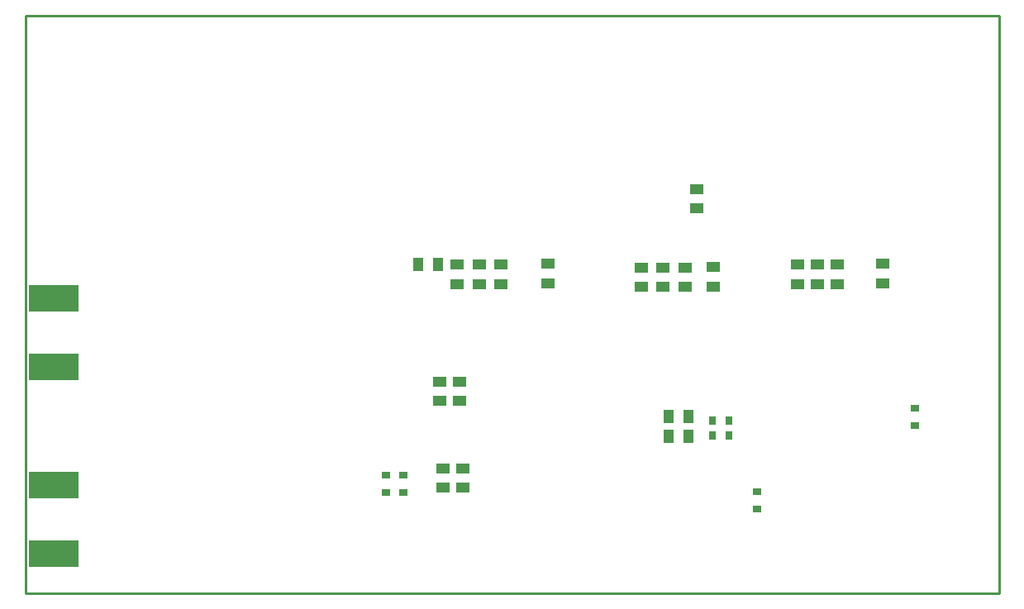
<source format=gbp>
%FSLAX25Y25*%
%MOIN*%
G70*
G01*
G75*
G04 Layer_Color=128*
%ADD10R,0.10000X0.06496*%
%ADD11R,0.06299X0.11811*%
G04:AMPARAMS|DCode=12|XSize=118.11mil|YSize=62.99mil|CornerRadius=15.75mil|HoleSize=0mil|Usage=FLASHONLY|Rotation=270.000|XOffset=0mil|YOffset=0mil|HoleType=Round|Shape=RoundedRectangle|*
%AMROUNDEDRECTD12*
21,1,0.11811,0.03150,0,0,270.0*
21,1,0.08661,0.06299,0,0,270.0*
1,1,0.03150,-0.01575,-0.04331*
1,1,0.03150,-0.01575,0.04331*
1,1,0.03150,0.01575,0.04331*
1,1,0.03150,0.01575,-0.04331*
%
%ADD12ROUNDEDRECTD12*%
%ADD13R,0.11811X0.06299*%
G04:AMPARAMS|DCode=14|XSize=118.11mil|YSize=62.99mil|CornerRadius=15.75mil|HoleSize=0mil|Usage=FLASHONLY|Rotation=0.000|XOffset=0mil|YOffset=0mil|HoleType=Round|Shape=RoundedRectangle|*
%AMROUNDEDRECTD14*
21,1,0.11811,0.03150,0,0,0.0*
21,1,0.08661,0.06299,0,0,0.0*
1,1,0.03150,0.04331,-0.01575*
1,1,0.03150,-0.04331,-0.01575*
1,1,0.03150,-0.04331,0.01575*
1,1,0.03150,0.04331,0.01575*
%
%ADD14ROUNDEDRECTD14*%
%ADD15R,0.05709X0.04331*%
%ADD16R,0.04331X0.05709*%
%ADD17R,0.23622X0.31496*%
%ADD18R,0.14173X0.04331*%
%ADD19R,0.31496X0.23622*%
%ADD20R,0.04331X0.14173*%
%ADD21R,0.02953X0.03740*%
%ADD22R,0.03740X0.02953*%
%ADD23R,0.12598X0.12598*%
%ADD24O,0.00984X0.03740*%
%ADD25O,0.03740X0.00984*%
%ADD26R,0.05906X0.05906*%
%ADD27O,0.03543X0.00984*%
%ADD28O,0.00984X0.03543*%
%ADD29R,0.20000X0.10500*%
%ADD30R,0.20000X0.07000*%
%ADD31C,0.00787*%
%ADD32C,0.03937*%
%ADD33C,0.05906*%
%ADD34C,0.01000*%
%ADD35O,0.05906X0.07874*%
%ADD36R,0.05906X0.07874*%
%ADD37O,0.05906X0.07874*%
%ADD38C,0.07874*%
%ADD39P,0.10653X8X292.5*%
%ADD40P,0.10653X8X202.5*%
%ADD41C,0.02362*%
%ADD42C,0.11811*%
%ADD43C,0.02500*%
%ADD44C,0.02598*%
%ADD45C,0.02000*%
%ADD46C,0.02300*%
%ADD47C,0.02362*%
%ADD48C,0.00984*%
%ADD49C,0.00500*%
%ADD50R,0.11000X0.07496*%
%ADD51R,0.07299X0.12811*%
G04:AMPARAMS|DCode=52|XSize=128.11mil|YSize=72.99mil|CornerRadius=20.75mil|HoleSize=0mil|Usage=FLASHONLY|Rotation=270.000|XOffset=0mil|YOffset=0mil|HoleType=Round|Shape=RoundedRectangle|*
%AMROUNDEDRECTD52*
21,1,0.12811,0.03150,0,0,270.0*
21,1,0.08661,0.07299,0,0,270.0*
1,1,0.04150,-0.01575,-0.04331*
1,1,0.04150,-0.01575,0.04331*
1,1,0.04150,0.01575,0.04331*
1,1,0.04150,0.01575,-0.04331*
%
%ADD52ROUNDEDRECTD52*%
%ADD53R,0.12811X0.07299*%
G04:AMPARAMS|DCode=54|XSize=128.11mil|YSize=72.99mil|CornerRadius=20.75mil|HoleSize=0mil|Usage=FLASHONLY|Rotation=0.000|XOffset=0mil|YOffset=0mil|HoleType=Round|Shape=RoundedRectangle|*
%AMROUNDEDRECTD54*
21,1,0.12811,0.03150,0,0,0.0*
21,1,0.08661,0.07299,0,0,0.0*
1,1,0.04150,0.04331,-0.01575*
1,1,0.04150,-0.04331,-0.01575*
1,1,0.04150,-0.04331,0.01575*
1,1,0.04150,0.04331,0.01575*
%
%ADD54ROUNDEDRECTD54*%
%ADD55R,0.06709X0.05331*%
%ADD56R,0.05331X0.06709*%
%ADD57R,0.24622X0.32496*%
%ADD58R,0.15173X0.05331*%
%ADD59R,0.32496X0.24622*%
%ADD60R,0.05331X0.15173*%
%ADD61R,0.03953X0.04740*%
%ADD62R,0.04740X0.03953*%
%ADD63R,0.21000X0.11500*%
%ADD64R,0.21000X0.08000*%
%ADD65O,0.06906X0.08874*%
%ADD66R,0.06906X0.08874*%
%ADD67O,0.06906X0.08874*%
%ADD68C,0.08874*%
%ADD69P,0.11736X8X292.5*%
%ADD70P,0.11736X8X202.5*%
%ADD71C,0.03362*%
%ADD72C,0.12811*%
D15*
X1022300Y497563D02*
D03*
Y505437D02*
D03*
X1082300Y527763D02*
D03*
Y535637D02*
D03*
X1089100Y496250D02*
D03*
Y504124D02*
D03*
X1157500Y497463D02*
D03*
Y505337D02*
D03*
X980000Y422874D02*
D03*
Y415000D02*
D03*
X988000Y422874D02*
D03*
Y415000D02*
D03*
X978700Y450063D02*
D03*
Y457937D02*
D03*
X986700Y450063D02*
D03*
Y457937D02*
D03*
X1003500Y505037D02*
D03*
Y497163D02*
D03*
X994625Y505037D02*
D03*
Y497163D02*
D03*
X985750Y505037D02*
D03*
Y497163D02*
D03*
X1059900Y503937D02*
D03*
Y496063D02*
D03*
X1068850Y503937D02*
D03*
Y496063D02*
D03*
X1077800Y503937D02*
D03*
Y496063D02*
D03*
X1122900Y505037D02*
D03*
Y497163D02*
D03*
X1130900Y505037D02*
D03*
Y497163D02*
D03*
X1138900Y505037D02*
D03*
Y497163D02*
D03*
D16*
X978037Y505200D02*
D03*
X970163D02*
D03*
X1078937Y443800D02*
D03*
X1071063D02*
D03*
X1078937Y435800D02*
D03*
X1071063D02*
D03*
D21*
X1088555Y442100D02*
D03*
X1095445D02*
D03*
X1088555Y436200D02*
D03*
X1095445D02*
D03*
D22*
X1106600Y406555D02*
D03*
Y413445D02*
D03*
X956900Y420145D02*
D03*
Y413255D02*
D03*
X963900Y420145D02*
D03*
Y413255D02*
D03*
X1170500Y440255D02*
D03*
Y447145D02*
D03*
D29*
X823000Y416050D02*
D03*
Y388550D02*
D03*
X823016Y463850D02*
D03*
Y491350D02*
D03*
D34*
X811700Y372500D02*
X1204200D01*
Y605600D01*
X811700D02*
X1204200D01*
X811700Y372500D02*
Y605600D01*
M02*

</source>
